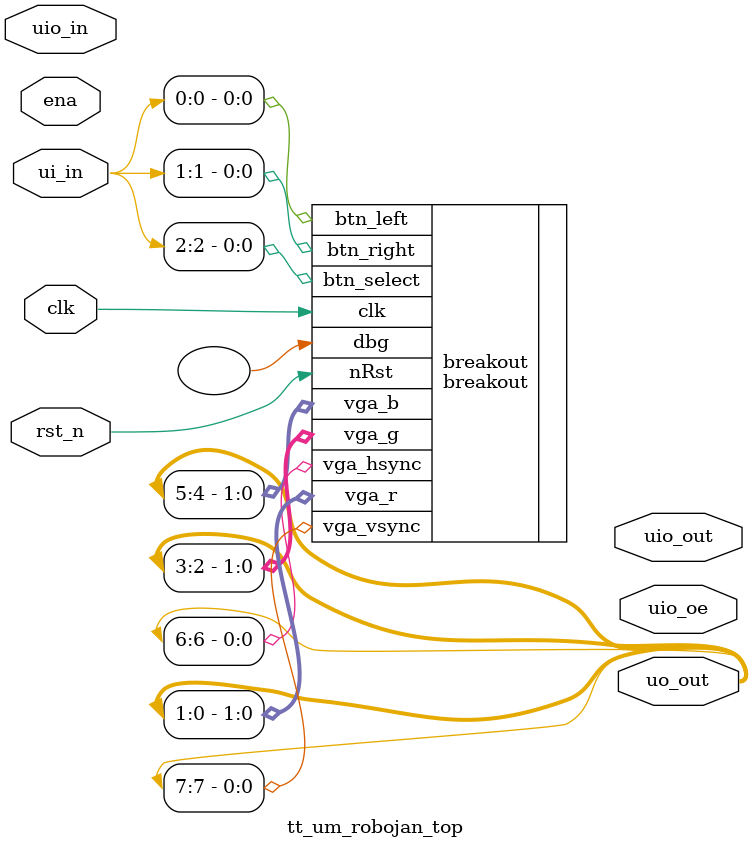
<source format=v>
`timescale 1ns / 1ps


module tt_um_robojan_top (
    input  wire [7:0] ui_in,    // Dedicated inputs - connected to the input switches
    output wire [7:0] uo_out,   // Dedicated outputs - connected to the 7 segment display
    input  wire [7:0] uio_in,   // IOs: Bidirectional Input path
    output wire [7:0] uio_out,  // IOs: Bidirectional Output path
    output wire [7:0] uio_oe,   // IOs: Bidirectional Enable path (active high: 0=input, 1=output)
    input  wire       ena,      // will go high when the design is enabled
    input  wire       clk,      // clock
    input  wire       rst_n     // reset_n - low to reset
);
    
    breakout breakout(
        .clk(clk),
        .nRst(rst_n),
        .btn_left(ui_in[0]),
        .btn_right(ui_in[1]),
        .btn_select(ui_in[2]),
        .vga_r(uo_out[1:0]),
        .vga_g(uo_out[3:2]),
        .vga_b(uo_out[5:4]),
        .vga_hsync(uo_out[6]),
        .vga_vsync(uo_out[7]),
        .dbg()
    );
    
endmodule

</source>
